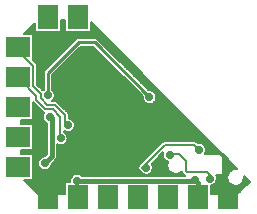
<source format=gbl>
G04 DipTrace 2.4.0.2*
%IN2dB-bBLE.gbl*%
%MOIN*%
%ADD13C,0.008*%
%ADD15C,0.015*%
%ADD16C,0.006*%
%ADD18C,0.01*%
%ADD23R,0.08X0.0669*%
%ADD24R,0.0669X0.08*%
%ADD32C,0.028*%
%ADD34C,0.028*%
%FSLAX44Y44*%
G04*
G70*
G90*
G75*
G01*
%LNBottom*%
%LPD*%
X6028Y4846D2*
D13*
Y4757D1*
X5897Y4887D1*
X5852D1*
X5242Y4277D1*
X4579D1*
X4455Y4401D1*
Y4507D1*
X4519Y4571D1*
X4714D1*
X4736Y4549D1*
X4593Y8669D2*
X5031Y9106D1*
X5438D1*
X5738Y9304D2*
Y9226D1*
X5520Y9008D1*
Y9024D1*
X5438Y9106D1*
X4709D1*
X4575Y9240D1*
X9478Y5989D2*
X10048D1*
X10812Y5226D1*
Y4951D1*
X10854Y4909D1*
X5738Y9304D2*
X6661D1*
X7414Y8550D1*
X10854Y4909D2*
Y4016D1*
X10813Y4056D1*
Y4949D1*
X10937Y3937D2*
X10854D1*
Y4909D1*
X6371Y6785D2*
D15*
X6312D1*
X5902Y7195D1*
X6372Y5277D2*
Y5191D1*
X6028Y4846D1*
X7871Y6785D2*
X8548D1*
X8662Y6899D1*
X10332Y4547D2*
D13*
Y4651D1*
X10230Y4754D1*
X9579D1*
X9523Y4810D1*
Y5139D1*
X9284Y5378D1*
X8993D1*
Y5339D1*
X8199Y4911D2*
X8072D1*
X8824Y5663D1*
X9806D1*
X9963Y5506D1*
X4986Y6613D2*
D15*
X5019D1*
X5080Y6552D1*
Y5304D1*
X4830Y5054D1*
X4929Y7326D2*
D18*
Y8057D1*
X5957Y9086D1*
X6492D1*
X8316Y7262D1*
X5600Y6324D2*
D13*
X5496D1*
Y6659D1*
X5150Y7005D1*
X4908D1*
X4686Y7226D1*
Y7378D1*
X4439Y7625D1*
Y8312D1*
X3815Y8937D1*
X3937D1*
X5357Y5891D2*
X5342D1*
Y6609D1*
X5091Y6860D1*
X4849D1*
X4545Y7164D1*
Y7314D1*
X3922Y7937D1*
X3937D1*
X5910Y4480D2*
D15*
X9830D1*
Y4508D1*
X9937Y3937D2*
Y4400D1*
X9830Y4508D1*
D34*
X4575Y9240D3*
X5600Y6324D3*
X9478Y5989D3*
X8662Y6899D3*
X5357Y5891D3*
X7414Y8550D3*
X4929Y7326D3*
X8316Y7262D3*
X4986Y6613D3*
X4830Y5054D3*
X5592Y7530D3*
X6828Y7739D3*
X4702Y8175D3*
X4593Y8669D3*
X5438Y9106D3*
X5285Y8768D3*
X5738Y9304D3*
X4545Y4868D3*
X10854Y4909D3*
X5910Y4480D3*
X9830Y4508D3*
X8199Y4911D3*
X9963Y5506D3*
X6028Y4846D3*
X4736Y4549D3*
X5659Y8427D3*
X5902Y7195D3*
X8993Y5339D3*
X10332Y4547D3*
X4711Y5454D3*
X7677Y8270D3*
X5369Y9791D2*
D16*
X5504D1*
X5369Y9733D2*
X5504D1*
X4448Y9674D2*
X4504D1*
X5369D2*
X5504D1*
X6370D2*
X6438D1*
X4390Y9616D2*
X4504D1*
X5369D2*
X5504D1*
X6370D2*
X6496D1*
X4332Y9557D2*
X4504D1*
X5369D2*
X5504D1*
X6370D2*
X6555D1*
X4273Y9498D2*
X4504D1*
X5369D2*
X5504D1*
X6370D2*
X6613D1*
X4215Y9440D2*
X6671D1*
X4156Y9381D2*
X6730D1*
X4435Y9323D2*
X6788D1*
X4435Y9264D2*
X6847D1*
X4435Y9206D2*
X5875D1*
X6575D2*
X6905D1*
X4435Y9147D2*
X5812D1*
X6637D2*
X6964D1*
X4435Y9089D2*
X5753D1*
X6696D2*
X7022D1*
X4435Y9030D2*
X5695D1*
X6755D2*
X7080D1*
X4435Y8972D2*
X5636D1*
X6813D2*
X7139D1*
X4435Y8913D2*
X5578D1*
X5992D2*
X6458D1*
X6872D2*
X7197D1*
X4435Y8855D2*
X5519D1*
X5933D2*
X6516D1*
X6930D2*
X7256D1*
X4435Y8796D2*
X5460D1*
X5874D2*
X6575D1*
X6989D2*
X7314D1*
X4435Y8738D2*
X5402D1*
X5816D2*
X6633D1*
X7047D2*
X7372D1*
X4435Y8679D2*
X5343D1*
X5757D2*
X6692D1*
X7106D2*
X7430D1*
X4435Y8620D2*
X5285D1*
X5700D2*
X6751D1*
X7165D2*
X7488D1*
X4435Y8562D2*
X5227D1*
X5641D2*
X6809D1*
X7223D2*
X7547D1*
X4441Y8503D2*
X5168D1*
X5582D2*
X6868D1*
X7282D2*
X7605D1*
X4500Y8445D2*
X5110D1*
X5524D2*
X6926D1*
X7340D2*
X7664D1*
X4555Y8386D2*
X5051D1*
X5465D2*
X6984D1*
X7398D2*
X7722D1*
X4577Y8328D2*
X4993D1*
X5407D2*
X7043D1*
X7457D2*
X7781D1*
X4577Y8269D2*
X4934D1*
X5348D2*
X7101D1*
X7515D2*
X7839D1*
X4577Y8211D2*
X4875D1*
X5289D2*
X7160D1*
X7574D2*
X7897D1*
X4577Y8152D2*
X4817D1*
X5231D2*
X7218D1*
X7632D2*
X7956D1*
X4577Y8094D2*
X4785D1*
X5172D2*
X7277D1*
X7691D2*
X8014D1*
X4577Y8035D2*
X4781D1*
X5114D2*
X7336D1*
X7750D2*
X8073D1*
X4577Y7977D2*
X4781D1*
X5077D2*
X7394D1*
X7808D2*
X8131D1*
X4577Y7918D2*
X4781D1*
X5077D2*
X7453D1*
X7867D2*
X8190D1*
X4577Y7860D2*
X4781D1*
X5077D2*
X7511D1*
X7925D2*
X8248D1*
X4577Y7801D2*
X4781D1*
X5077D2*
X7570D1*
X7984D2*
X8306D1*
X4577Y7743D2*
X4781D1*
X5077D2*
X7629D1*
X8043D2*
X8365D1*
X4577Y7684D2*
X4781D1*
X5077D2*
X7687D1*
X8101D2*
X8423D1*
X4632Y7625D2*
X4781D1*
X5077D2*
X7746D1*
X8160D2*
X8481D1*
X4690Y7567D2*
X4781D1*
X5077D2*
X7804D1*
X8218D2*
X8539D1*
X4749Y7508D2*
X4780D1*
X5078D2*
X7862D1*
X8276D2*
X8597D1*
X5131Y7450D2*
X7921D1*
X8458D2*
X8656D1*
X5157Y7391D2*
X7979D1*
X8515D2*
X8714D1*
X5167Y7333D2*
X8038D1*
X8543D2*
X8773D1*
X5161Y7274D2*
X8078D1*
X8554D2*
X8831D1*
X5139Y7216D2*
X8082D1*
X8550D2*
X8890D1*
X5095Y7157D2*
X8103D1*
X8530D2*
X8948D1*
X5249Y7099D2*
X8145D1*
X8488D2*
X9006D1*
X4435Y7040D2*
X4476D1*
X5308D2*
X8241D1*
X8391D2*
X9065D1*
X4435Y6982D2*
X4535D1*
X5366D2*
X9123D1*
X4435Y6923D2*
X4594D1*
X5425D2*
X9182D1*
X4435Y6865D2*
X4652D1*
X5483D2*
X9240D1*
X4435Y6806D2*
X4710D1*
X5541D2*
X9299D1*
X4435Y6748D2*
X4774D1*
X5599D2*
X9357D1*
X4435Y6689D2*
X4760D1*
X5630D2*
X9415D1*
X4435Y6630D2*
X4748D1*
X5634D2*
X9474D1*
X4435Y6572D2*
X4752D1*
X5634D2*
X9531D1*
X4435Y6513D2*
X4770D1*
X5740D2*
X9590D1*
X4034Y6455D2*
X4810D1*
X5797D2*
X9648D1*
X4034Y6396D2*
X4897D1*
X5826D2*
X9707D1*
X4435Y6338D2*
X4907D1*
X5837D2*
X9765D1*
X4435Y6279D2*
X4907D1*
X5833D2*
X9823D1*
X4435Y6221D2*
X4907D1*
X5814D2*
X9882D1*
X4435Y6162D2*
X4907D1*
X5772D2*
X9940D1*
X4435Y6104D2*
X4907D1*
X5481D2*
X5519D1*
X5680D2*
X9999D1*
X4435Y6045D2*
X4907D1*
X5537D2*
X10057D1*
X4435Y5987D2*
X4907D1*
X5574D2*
X10116D1*
X4435Y5928D2*
X4907D1*
X5592D2*
X10174D1*
X4435Y5870D2*
X4907D1*
X5595D2*
X10232D1*
X4435Y5811D2*
X4907D1*
X5581D2*
X10291D1*
X4435Y5753D2*
X4907D1*
X5550D2*
X8721D1*
X9909D2*
X10349D1*
X4435Y5694D2*
X4907D1*
X5486D2*
X8662D1*
X10105D2*
X10408D1*
X4435Y5635D2*
X4907D1*
X5253D2*
X8604D1*
X10162D2*
X10466D1*
X4435Y5577D2*
X4907D1*
X5253D2*
X8545D1*
X10190D2*
X10524D1*
X4435Y5518D2*
X4907D1*
X5253D2*
X8486D1*
X10201D2*
X10582D1*
X4035Y5460D2*
X4907D1*
X5253D2*
X8428D1*
X10196D2*
X10640D1*
X4035Y5401D2*
X4907D1*
X5253D2*
X8369D1*
X10176D2*
X10699D1*
X4435Y5343D2*
X4877D1*
X5253D2*
X8311D1*
X8696D2*
X8755D1*
X4435Y5284D2*
X4797D1*
X5252D2*
X8252D1*
X8638D2*
X8762D1*
X10756D2*
X10816D1*
X4435Y5226D2*
X4668D1*
X5234D2*
X8193D1*
X8579D2*
X8784D1*
X10756D2*
X10874D1*
X4435Y5167D2*
X4622D1*
X5186D2*
X8135D1*
X8521D2*
X8831D1*
X10756D2*
X10932D1*
X4435Y5109D2*
X4598D1*
X5127D2*
X8070D1*
X8463D2*
X8927D1*
X10756D2*
X10991D1*
X4435Y5050D2*
X4592D1*
X5069D2*
X8006D1*
X8404D2*
X8906D1*
X10756D2*
X11049D1*
X4435Y4992D2*
X4600D1*
X5060D2*
X7962D1*
X8422D2*
X8899D1*
X10756D2*
X11108D1*
X4435Y4933D2*
X4625D1*
X5035D2*
X7936D1*
X8435D2*
X8905D1*
X10756D2*
X11166D1*
X4435Y4875D2*
X4676D1*
X4984D2*
X7939D1*
X8434D2*
X8924D1*
X10756D2*
X11225D1*
X4435Y4816D2*
X7975D1*
X8417D2*
X8959D1*
X10756D2*
X11017D1*
X4435Y4758D2*
X8019D1*
X8378D2*
X9022D1*
X9347D2*
X9395D1*
X10756D2*
X10956D1*
X4435Y4699D2*
X5828D1*
X5991D2*
X8099D1*
X8298D2*
X9441D1*
X10756D2*
X10922D1*
X4435Y4640D2*
X5736D1*
X10550D2*
X10904D1*
X4435Y4582D2*
X5695D1*
X10568D2*
X10899D1*
X11470D2*
X11517D1*
X4435Y4523D2*
X5675D1*
X10569D2*
X10907D1*
X11462D2*
X11575D1*
X4183Y4465D2*
X5672D1*
X10555D2*
X10928D1*
X11441D2*
X11633D1*
X4242Y4406D2*
X5504D1*
X10523D2*
X10967D1*
X11402D2*
X11611D1*
X4300Y4348D2*
X5504D1*
X10458D2*
X11037D1*
X11332D2*
X11553D1*
X4358Y4289D2*
X5504D1*
X10370D2*
X11495D1*
X4416Y4231D2*
X5504D1*
X10370D2*
X11437D1*
X4474Y4172D2*
X5504D1*
X10370D2*
X11378D1*
X4532Y4114D2*
X5504D1*
X10370D2*
X11320D1*
X4590Y4055D2*
X5504D1*
X10370D2*
X11262D1*
X4132Y9364D2*
X4429D1*
X4428Y8510D1*
X4533Y8406D1*
X4551Y8382D1*
X4564Y8356D1*
X4571Y8325D1*
X4572Y8133D1*
Y7679D1*
X4764Y7487D1*
X4787Y7509D1*
Y8057D1*
X4790Y8087D1*
X4799Y8115D1*
X4810Y8136D1*
X4849Y8179D1*
X5857Y9186D1*
X5880Y9205D1*
X5907Y9219D1*
X5929Y9225D1*
X5987Y9228D1*
X6492D1*
X6522Y9225D1*
X6550Y9216D1*
X6571Y9204D1*
X6614Y9165D1*
X8287Y7492D1*
X8328Y7494D1*
X8358Y7490D1*
X8387Y7483D1*
X8415Y7472D1*
X8441Y7458D1*
X8465Y7440D1*
X8487Y7419D1*
X8506Y7396D1*
X8521Y7371D1*
X8534Y7343D1*
X8542Y7315D1*
X8547Y7285D1*
X8548Y7262D1*
X8546Y7232D1*
X8541Y7203D1*
X8531Y7174D1*
X8518Y7147D1*
X8502Y7122D1*
X8482Y7100D1*
X8460Y7080D1*
X8436Y7063D1*
X8409Y7049D1*
X8381Y7039D1*
X8352Y7032D1*
X8322Y7030D1*
X8292Y7031D1*
X8263Y7036D1*
X8234Y7044D1*
X8207Y7057D1*
X8181Y7072D1*
X8158Y7091D1*
X8138Y7113D1*
X8120Y7137D1*
X8106Y7163D1*
X8095Y7191D1*
X8088Y7220D1*
X8084Y7250D1*
X8086Y7290D1*
X6481Y8896D1*
X6432Y8943D1*
X6016D1*
X5071Y7997D1*
Y7508D1*
X5100Y7483D1*
X5118Y7460D1*
X5134Y7434D1*
X5146Y7407D1*
X5155Y7378D1*
X5160Y7349D1*
X5161Y7326D1*
X5159Y7296D1*
X5153Y7266D1*
X5144Y7238D1*
X5131Y7211D1*
X5115Y7186D1*
X5095Y7163D1*
X5063Y7136D1*
X5150Y7137D1*
X5180Y7134D1*
X5208Y7124D1*
X5234Y7107D1*
X5370Y6971D1*
X5590Y6752D1*
X5608Y6729D1*
X5621Y6702D1*
X5628Y6672D1*
Y6555D1*
X5671Y6545D1*
X5698Y6534D1*
X5725Y6519D1*
X5749Y6502D1*
X5770Y6481D1*
X5789Y6458D1*
X5805Y6432D1*
X5817Y6405D1*
X5826Y6376D1*
X5831Y6347D1*
X5832Y6324D1*
X5830Y6294D1*
X5824Y6264D1*
X5815Y6236D1*
X5802Y6209D1*
X5785Y6184D1*
X5766Y6161D1*
X5744Y6141D1*
X5719Y6124D1*
X5693Y6111D1*
X5664Y6100D1*
X5635Y6094D1*
X5605Y6091D1*
X5576Y6092D1*
X5546Y6097D1*
X5518Y6106D1*
X5490Y6119D1*
X5474Y6129D1*
X5475Y6090D1*
X5506Y6069D1*
X5528Y6048D1*
X5547Y6025D1*
X5562Y6000D1*
X5575Y5972D1*
X5583Y5944D1*
X5588Y5914D1*
X5589Y5891D1*
X5588Y5861D1*
X5582Y5832D1*
X5572Y5803D1*
X5559Y5776D1*
X5543Y5751D1*
X5523Y5729D1*
X5501Y5709D1*
X5477Y5692D1*
X5450Y5678D1*
X5422Y5668D1*
X5393Y5661D1*
X5363Y5659D1*
X5333Y5660D1*
X5304Y5665D1*
X5275Y5674D1*
X5247Y5686D1*
Y5304D1*
X5244Y5274D1*
X5237Y5245D1*
X5224Y5218D1*
X5210Y5198D1*
X5092Y5079D1*
X5063Y5050D1*
X5055Y4994D1*
X5045Y4966D1*
X5032Y4939D1*
X5016Y4914D1*
X4996Y4891D1*
X4974Y4871D1*
X4949Y4854D1*
X4923Y4841D1*
X4895Y4830D1*
X4866Y4824D1*
X4836Y4821D1*
X4806Y4823D1*
X4776Y4828D1*
X4748Y4836D1*
X4721Y4849D1*
X4695Y4864D1*
X4672Y4883D1*
X4651Y4905D1*
X4634Y4929D1*
X4619Y4955D1*
X4609Y4983D1*
X4601Y5012D1*
X4598Y5042D1*
Y5072D1*
X4603Y5101D1*
X4611Y5130D1*
X4622Y5158D1*
X4637Y5184D1*
X4656Y5207D1*
X4677Y5228D1*
X4700Y5247D1*
X4726Y5262D1*
X4754Y5273D1*
X4783Y5281D1*
X4824Y5285D1*
X4913Y5374D1*
Y5603D1*
Y6393D1*
X4876Y6408D1*
X4851Y6424D1*
X4828Y6443D1*
X4807Y6465D1*
X4790Y6489D1*
X4775Y6515D1*
X4764Y6543D1*
X4757Y6572D1*
X4754Y6602D1*
Y6632D1*
X4758Y6661D1*
X4766Y6690D1*
X4778Y6718D1*
X4791Y6741D1*
X4765Y6758D1*
X4629Y6894D1*
X4452Y7070D1*
X4433Y7095D1*
X4429D1*
Y6510D1*
X4028D1*
X4029Y6365D1*
X4429Y6364D1*
Y5510D1*
X4030D1*
Y5364D1*
X4429D1*
Y4510D1*
X4133D1*
X4615Y4024D1*
X5510Y4025D1*
Y4429D1*
X5683D1*
X5678Y4468D1*
Y4498D1*
X5682Y4527D1*
X5690Y4556D1*
X5702Y4584D1*
X5717Y4609D1*
X5735Y4633D1*
X5757Y4654D1*
X5780Y4672D1*
X5806Y4687D1*
X5834Y4699D1*
X5863Y4707D1*
X5892Y4711D1*
X5922D1*
X5952Y4708D1*
X5981Y4701D1*
X6009Y4690D1*
X6035Y4675D1*
X6070Y4647D1*
X9501D1*
X9485Y4660D1*
X9429Y4716D1*
X9410Y4740D1*
X9398Y4766D1*
X9391Y4797D1*
X9389Y4798D1*
X9367Y4777D1*
X9343Y4759D1*
X9318Y4743D1*
X9291Y4730D1*
X9263Y4720D1*
X9234Y4714D1*
X9204Y4710D1*
X9174Y4709D1*
X9144Y4712D1*
X9115Y4718D1*
X9086Y4727D1*
X9059Y4739D1*
X9033Y4754D1*
X9009Y4771D1*
X8987Y4791D1*
X8967Y4814D1*
X8949Y4838D1*
X8934Y4864D1*
X8923Y4891D1*
X8914Y4920D1*
X8908Y4949D1*
X8905Y4979D1*
X8906Y5009D1*
X8910Y5039D1*
X8917Y5068D1*
X8935Y5114D1*
X8884Y5134D1*
X8859Y5150D1*
X8835Y5169D1*
X8815Y5191D1*
X8797Y5215D1*
X8783Y5241D1*
X8772Y5269D1*
X8765Y5298D1*
X8761Y5328D1*
X8762Y5357D1*
X8766Y5387D1*
X8774Y5416D1*
X8782Y5434D1*
X8391Y5043D1*
X8416Y4993D1*
X8425Y4964D1*
X8430Y4935D1*
X8431Y4911D1*
X8429Y4882D1*
X8423Y4852D1*
X8414Y4824D1*
X8401Y4797D1*
X8384Y4772D1*
X8365Y4749D1*
X8343Y4729D1*
X8318Y4712D1*
X8292Y4699D1*
X8263Y4688D1*
X8234Y4682D1*
X8204Y4679D1*
X8175Y4680D1*
X8145Y4685D1*
X8117Y4694D1*
X8089Y4706D1*
X8064Y4722D1*
X8041Y4741D1*
X8020Y4763D1*
X8002Y4787D1*
X7989Y4808D1*
X7968Y4830D1*
X7953Y4855D1*
X7943Y4883D1*
X7940Y4913D1*
X7944Y4943D1*
X7954Y4971D1*
X7979Y5005D1*
X7993Y5019D1*
X8006Y5041D1*
X8024Y5065D1*
X8045Y5086D1*
X8069Y5104D1*
X8091Y5117D1*
X8731Y5757D1*
X8754Y5775D1*
X8781Y5788D1*
X8811Y5795D1*
X9004Y5796D1*
X9806D1*
X9835Y5792D1*
X9864Y5782D1*
X9890Y5766D1*
X9921Y5735D1*
X9975Y5738D1*
X10005Y5735D1*
X10034Y5727D1*
X10062Y5717D1*
X10088Y5702D1*
X10112Y5684D1*
X10134Y5664D1*
X10152Y5641D1*
X10168Y5615D1*
X10180Y5588D1*
X10189Y5559D1*
X10194Y5530D1*
X10195Y5506D1*
X10193Y5476D1*
X10187Y5447D1*
X10178Y5419D1*
X10165Y5392D1*
X10154Y5375D1*
X10731Y5376D1*
X10600Y5506D1*
X6364Y9755D1*
Y9445D1*
X5510D1*
Y9848D1*
X5365Y9849D1*
X5364Y9592D1*
Y9445D1*
X4510D1*
Y9741D1*
X4132Y9363D1*
X10364Y4316D2*
Y4024D1*
X10467Y4025D1*
X11240Y4026D1*
X11483Y4272D1*
X11657Y4447D1*
X11457Y4648D1*
X11463Y4607D1*
X11462Y4558D1*
X11457Y4529D1*
X11449Y4500D1*
X11438Y4472D1*
X11424Y4446D1*
X11408Y4421D1*
X11389Y4398D1*
X11367Y4377D1*
X11343Y4359D1*
X11318Y4343D1*
X11291Y4330D1*
X11263Y4320D1*
X11234Y4314D1*
X11204Y4310D1*
X11174Y4309D1*
X11144Y4312D1*
X11115Y4318D1*
X11086Y4327D1*
X11059Y4339D1*
X11033Y4354D1*
X11009Y4371D1*
X10987Y4391D1*
X10967Y4414D1*
X10949Y4438D1*
X10934Y4464D1*
X10923Y4491D1*
X10914Y4520D1*
X10908Y4549D1*
X10905Y4579D1*
X10906Y4609D1*
X10910Y4639D1*
X10917Y4668D1*
X10927Y4696D1*
X10940Y4723D1*
X10956Y4748D1*
X10974Y4772D1*
X10995Y4793D1*
X11018Y4812D1*
X11043Y4829D1*
X11069Y4843D1*
X11097Y4853D1*
X11126Y4861D1*
X11156Y4866D1*
X11185Y4867D1*
X11215Y4866D1*
X11244Y4861D1*
X10750Y5356D1*
X10751Y4665D1*
X10533D1*
X10550Y4629D1*
X10559Y4600D1*
X10563Y4570D1*
X10565Y4547D1*
X10563Y4517D1*
X10557Y4488D1*
X10548Y4459D1*
X10535Y4433D1*
X10518Y4408D1*
X10499Y4385D1*
X10476Y4365D1*
X10452Y4348D1*
X10425Y4334D1*
X10397Y4324D1*
X10363Y4317D1*
D23*
X3937Y8937D3*
Y7937D3*
Y6937D3*
Y5937D3*
Y4937D3*
D24*
X4937Y9937D3*
X5937D3*
X6937Y3937D3*
X7937D3*
X8937D3*
X4937D3*
X5937D3*
X9937D3*
X10937D3*
D32*
X6372Y6183D3*
X6672D3*
X6972D3*
X7272D3*
X7572D3*
X7872D3*
X6372Y5881D3*
X6672D3*
X6972D3*
X7272D3*
X7572D3*
X7872D3*
X6374Y6483D3*
X6674D3*
X6974D3*
X7274D3*
X7574D3*
X7874D3*
X6372Y5579D3*
X6672D3*
X6972D3*
X7272D3*
X7572D3*
X7872D3*
X6372Y5277D3*
X6672D3*
X6972D3*
X7272D3*
X7572D3*
X7872D3*
X6371Y6785D3*
X6671D3*
X6971D3*
X7271D3*
X7571D3*
X7871D3*
M02*

</source>
